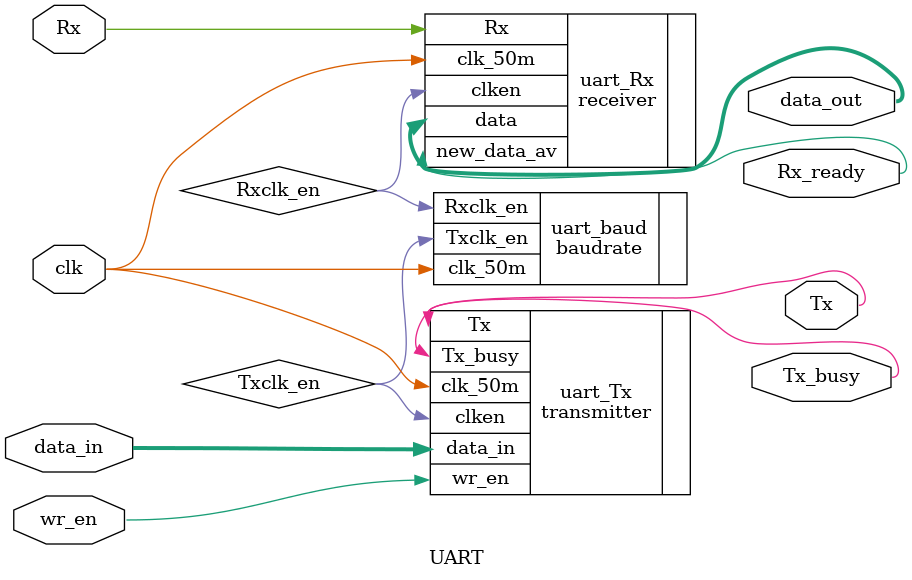
<source format=v>
module UART(input wire [7:0] data_in, //input data
				input wire wr_en, //enable tx
				input wire clk,
				output wire Tx,
				input wire Rx,
				output wire Tx_busy,
				output wire Rx_ready,
				output wire [7:0] data_out
				);		

wire Txclk_en, Rxclk_en;
wire Tx_en;
			
baudrate uart_baud(	.clk_50m(clk),
							.Rxclk_en(Rxclk_en),
							.Txclk_en(Txclk_en)
							);
transmitter uart_Tx(	.data_in(data_in),
							.wr_en(wr_en),
							.clk_50m(clk),
							.clken(Txclk_en), //We assign Tx clock to enable clock 
							.Tx(Tx),
							.Tx_busy(Tx_busy)
							);
receiver uart_Rx(	.Rx(Rx),
						.new_data_av(Rx_ready),
						.clk_50m(clk),
						.clken(Rxclk_en), //We assign Tx clock to enable clock 
						.data(data_out)
						);
endmodule
</source>
